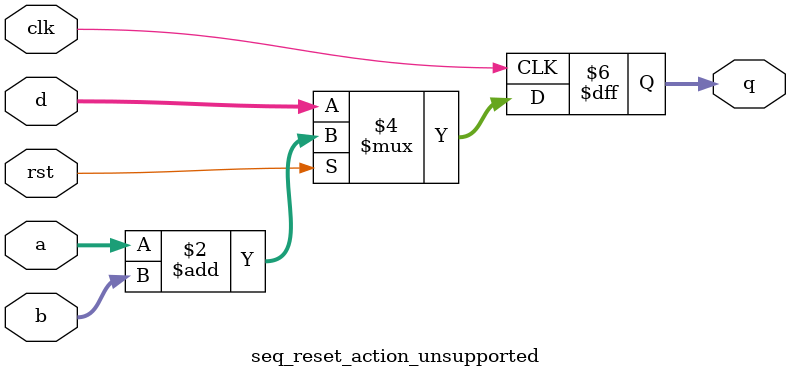
<source format=sv>

module seq_reset_action_unsupported(
  input logic clk,
  input logic rst,
  input logic [7:0] a,
  input logic [7:0] b,
  input logic [7:0] d,
  output logic [7:0] q
);
  // Unsupported reset action: a + b is not an increment of q.
  always_ff @(posedge clk) begin
    if (rst) q <= a + b;
    else q <= d;
  end
endmodule

</source>
